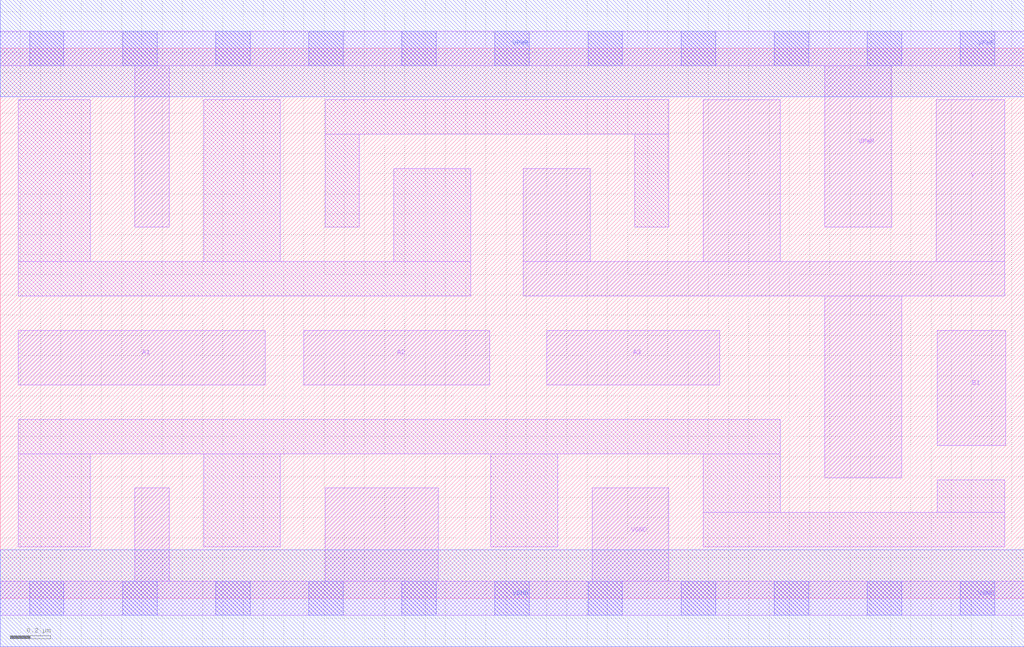
<source format=lef>
# Copyright 2020 The SkyWater PDK Authors
#
# Licensed under the Apache License, Version 2.0 (the "License");
# you may not use this file except in compliance with the License.
# You may obtain a copy of the License at
#
#     https://www.apache.org/licenses/LICENSE-2.0
#
# Unless required by applicable law or agreed to in writing, software
# distributed under the License is distributed on an "AS IS" BASIS,
# WITHOUT WARRANTIES OR CONDITIONS OF ANY KIND, either express or implied.
# See the License for the specific language governing permissions and
# limitations under the License.
#
# SPDX-License-Identifier: Apache-2.0

VERSION 5.7 ;
  NAMESCASESENSITIVE ON ;
  NOWIREEXTENSIONATPIN ON ;
  DIVIDERCHAR "/" ;
  BUSBITCHARS "[]" ;
UNITS
  DATABASE MICRONS 200 ;
END UNITS
PROPERTYDEFINITIONS
  MACRO maskLayoutSubType STRING ;
  MACRO prCellType STRING ;
  MACRO originalViewName STRING ;
END PROPERTYDEFINITIONS
MACRO sky130_fd_sc_hdll__o31ai_2
  CLASS CORE ;
  FOREIGN sky130_fd_sc_hdll__o31ai_2 ;
  ORIGIN  0.000000  0.000000 ;
  SIZE  5.060000 BY  2.720000 ;
  SYMMETRY X Y R90 ;
  SITE unithd ;
  PIN A1
    ANTENNAGATEAREA  0.555000 ;
    DIRECTION INPUT ;
    USE SIGNAL ;
    PORT
      LAYER li1 ;
        RECT 0.090000 1.055000 1.310000 1.325000 ;
    END
  END A1
  PIN A2
    ANTENNAGATEAREA  0.555000 ;
    DIRECTION INPUT ;
    USE SIGNAL ;
    PORT
      LAYER li1 ;
        RECT 1.500000 1.055000 2.420000 1.325000 ;
    END
  END A2
  PIN A3
    ANTENNAGATEAREA  0.555000 ;
    DIRECTION INPUT ;
    USE SIGNAL ;
    PORT
      LAYER li1 ;
        RECT 2.700000 1.055000 3.555000 1.325000 ;
    END
  END A3
  PIN B1
    ANTENNAGATEAREA  0.555000 ;
    DIRECTION INPUT ;
    USE SIGNAL ;
    PORT
      LAYER li1 ;
        RECT 4.630000 0.755000 4.970000 1.325000 ;
    END
  END B1
  PIN VGND
    ANTENNADIFFAREA  1.007500 ;
    DIRECTION INOUT ;
    USE SIGNAL ;
    PORT
      LAYER li1 ;
        RECT 0.000000 -0.085000 5.060000 0.085000 ;
        RECT 0.665000  0.085000 0.835000 0.545000 ;
        RECT 1.605000  0.085000 2.165000 0.545000 ;
        RECT 2.925000  0.085000 3.305000 0.545000 ;
      LAYER mcon ;
        RECT 0.145000 -0.085000 0.315000 0.085000 ;
        RECT 0.605000 -0.085000 0.775000 0.085000 ;
        RECT 1.065000 -0.085000 1.235000 0.085000 ;
        RECT 1.525000 -0.085000 1.695000 0.085000 ;
        RECT 1.985000 -0.085000 2.155000 0.085000 ;
        RECT 2.445000 -0.085000 2.615000 0.085000 ;
        RECT 2.905000 -0.085000 3.075000 0.085000 ;
        RECT 3.365000 -0.085000 3.535000 0.085000 ;
        RECT 3.825000 -0.085000 3.995000 0.085000 ;
        RECT 4.285000 -0.085000 4.455000 0.085000 ;
        RECT 4.745000 -0.085000 4.915000 0.085000 ;
      LAYER met1 ;
        RECT 0.000000 -0.240000 5.060000 0.240000 ;
    END
  END VGND
  PIN VPWR
    ANTENNADIFFAREA  0.700000 ;
    DIRECTION INOUT ;
    USE SIGNAL ;
    PORT
      LAYER li1 ;
        RECT 0.000000 2.635000 5.060000 2.805000 ;
        RECT 0.665000 1.835000 0.835000 2.635000 ;
        RECT 4.075000 1.835000 4.405000 2.635000 ;
      LAYER mcon ;
        RECT 0.145000 2.635000 0.315000 2.805000 ;
        RECT 0.605000 2.635000 0.775000 2.805000 ;
        RECT 1.065000 2.635000 1.235000 2.805000 ;
        RECT 1.525000 2.635000 1.695000 2.805000 ;
        RECT 1.985000 2.635000 2.155000 2.805000 ;
        RECT 2.445000 2.635000 2.615000 2.805000 ;
        RECT 2.905000 2.635000 3.075000 2.805000 ;
        RECT 3.365000 2.635000 3.535000 2.805000 ;
        RECT 3.825000 2.635000 3.995000 2.805000 ;
        RECT 4.285000 2.635000 4.455000 2.805000 ;
        RECT 4.745000 2.635000 4.915000 2.805000 ;
      LAYER met1 ;
        RECT 0.000000 2.480000 5.060000 2.960000 ;
    END
  END VPWR
  PIN Y
    ANTENNADIFFAREA  1.136000 ;
    DIRECTION OUTPUT ;
    USE SIGNAL ;
    PORT
      LAYER li1 ;
        RECT 2.585000 1.495000 4.965000 1.665000 ;
        RECT 2.585000 1.665000 2.915000 2.125000 ;
        RECT 3.475000 1.665000 3.855000 2.465000 ;
        RECT 4.075000 0.595000 4.455000 1.495000 ;
        RECT 4.625000 1.665000 4.965000 2.465000 ;
    END
  END Y
  OBS
    LAYER li1 ;
      RECT 0.090000 0.255000 0.445000 0.715000 ;
      RECT 0.090000 0.715000 3.855000 0.885000 ;
      RECT 0.090000 1.495000 2.325000 1.665000 ;
      RECT 0.090000 1.665000 0.445000 2.465000 ;
      RECT 1.005000 0.255000 1.385000 0.715000 ;
      RECT 1.005000 1.665000 1.385000 2.465000 ;
      RECT 1.605000 1.835000 1.775000 2.295000 ;
      RECT 1.605000 2.295000 3.305000 2.465000 ;
      RECT 1.945000 1.665000 2.325000 2.125000 ;
      RECT 2.425000 0.255000 2.755000 0.715000 ;
      RECT 3.135000 1.835000 3.305000 2.295000 ;
      RECT 3.475000 0.255000 4.965000 0.425000 ;
      RECT 3.475000 0.425000 3.855000 0.715000 ;
      RECT 4.630000 0.425000 4.965000 0.585000 ;
  END
  PROPERTY maskLayoutSubType "abstract" ;
  PROPERTY prCellType "standard" ;
  PROPERTY originalViewName "layout" ;
END sky130_fd_sc_hdll__o31ai_2

</source>
